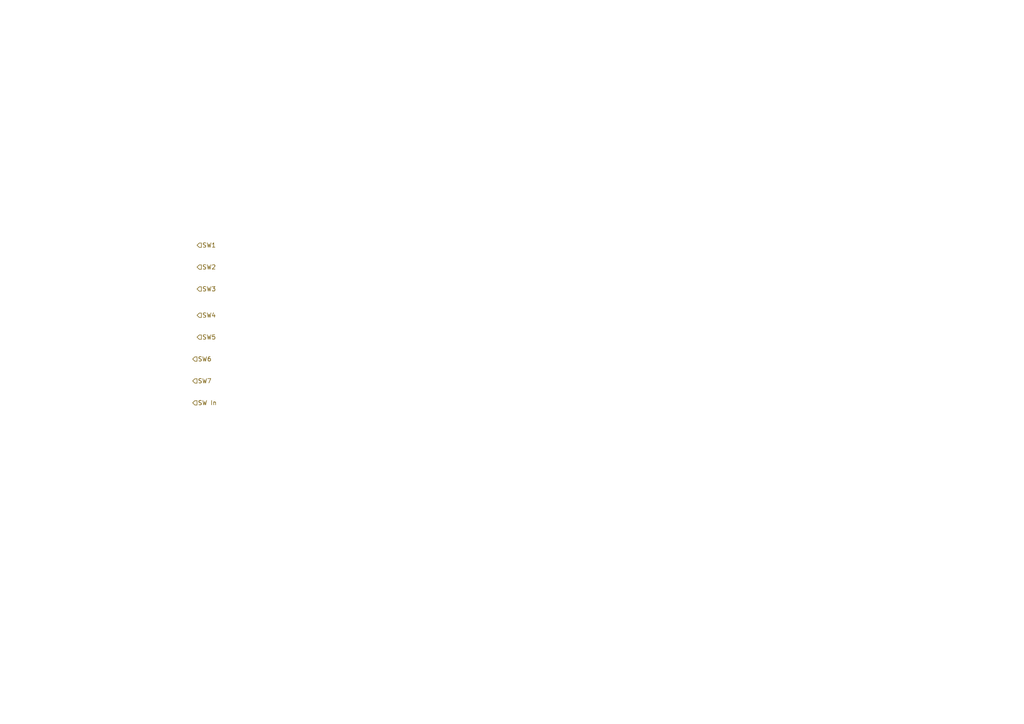
<source format=kicad_sch>
(kicad_sch
	(version 20250114)
	(generator "eeschema")
	(generator_version "9.0")
	(uuid "63445bd7-c15a-4632-923d-36b3ecd782fb")
	(paper "A4")
	(lib_symbols)
	(hierarchical_label "SW2"
		(shape input)
		(at 57.15 77.47 0)
		(effects
			(font
				(size 1.27 1.27)
			)
			(justify left)
		)
		(uuid "2156695f-abbd-4350-99ac-34411a0e37f3")
	)
	(hierarchical_label "SW3"
		(shape input)
		(at 57.15 83.82 0)
		(effects
			(font
				(size 1.27 1.27)
			)
			(justify left)
		)
		(uuid "39e8682e-b542-48b5-9f50-bb51856fec9c")
	)
	(hierarchical_label "SW4"
		(shape input)
		(at 57.15 91.44 0)
		(effects
			(font
				(size 1.27 1.27)
			)
			(justify left)
		)
		(uuid "58853ef2-269b-4611-88ef-c01f6a1d4490")
	)
	(hierarchical_label "SW7"
		(shape input)
		(at 55.88 110.49 0)
		(effects
			(font
				(size 1.27 1.27)
			)
			(justify left)
		)
		(uuid "6e254e77-3bc3-4b12-8e2c-0eef37940f01")
	)
	(hierarchical_label "SW5"
		(shape input)
		(at 57.15 97.79 0)
		(effects
			(font
				(size 1.27 1.27)
			)
			(justify left)
		)
		(uuid "832a846e-2e8d-44d3-b2de-79b66804c61a")
	)
	(hierarchical_label "SW1"
		(shape input)
		(at 57.15 71.12 0)
		(effects
			(font
				(size 1.27 1.27)
			)
			(justify left)
		)
		(uuid "c4355d1d-ce8e-4c19-9067-542d774213cb")
	)
	(hierarchical_label "SW6"
		(shape input)
		(at 55.88 104.14 0)
		(effects
			(font
				(size 1.27 1.27)
			)
			(justify left)
		)
		(uuid "f09635dd-a5f3-41cd-aade-dac565f76df9")
	)
	(hierarchical_label "SW In"
		(shape input)
		(at 55.88 116.84 0)
		(effects
			(font
				(size 1.27 1.27)
			)
			(justify left)
		)
		(uuid "f73111c0-867a-4b87-a45b-7769d87d27d9")
	)
)

</source>
